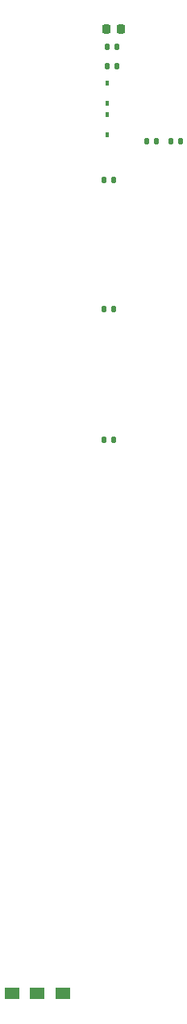
<source format=gbr>
%TF.GenerationSoftware,KiCad,Pcbnew,(6.0.1)*%
%TF.CreationDate,2023-06-13T10:27:40-07:00*%
%TF.ProjectId,16Bars,31364261-7273-42e6-9b69-6361645f7063,rev?*%
%TF.SameCoordinates,Original*%
%TF.FileFunction,Paste,Top*%
%TF.FilePolarity,Positive*%
%FSLAX46Y46*%
G04 Gerber Fmt 4.6, Leading zero omitted, Abs format (unit mm)*
G04 Created by KiCad (PCBNEW (6.0.1)) date 2023-06-13 10:27:40*
%MOMM*%
%LPD*%
G01*
G04 APERTURE LIST*
G04 Aperture macros list*
%AMRoundRect*
0 Rectangle with rounded corners*
0 $1 Rounding radius*
0 $2 $3 $4 $5 $6 $7 $8 $9 X,Y pos of 4 corners*
0 Add a 4 corners polygon primitive as box body*
4,1,4,$2,$3,$4,$5,$6,$7,$8,$9,$2,$3,0*
0 Add four circle primitives for the rounded corners*
1,1,$1+$1,$2,$3*
1,1,$1+$1,$4,$5*
1,1,$1+$1,$6,$7*
1,1,$1+$1,$8,$9*
0 Add four rect primitives between the rounded corners*
20,1,$1+$1,$2,$3,$4,$5,0*
20,1,$1+$1,$4,$5,$6,$7,0*
20,1,$1+$1,$6,$7,$8,$9,0*
20,1,$1+$1,$8,$9,$2,$3,0*%
G04 Aperture macros list end*
%ADD10R,1.524000X1.270000*%
%ADD11RoundRect,0.135000X0.135000X0.185000X-0.135000X0.185000X-0.135000X-0.185000X0.135000X-0.185000X0*%
%ADD12R,0.450000X0.600000*%
%ADD13RoundRect,0.135000X-0.135000X-0.185000X0.135000X-0.185000X0.135000X0.185000X-0.135000X0.185000X0*%
%ADD14RoundRect,0.140000X-0.140000X-0.170000X0.140000X-0.170000X0.140000X0.170000X-0.140000X0.170000X0*%
%ADD15RoundRect,0.218750X-0.218750X-0.256250X0.218750X-0.256250X0.218750X0.256250X-0.218750X0.256250X0*%
G04 APERTURE END LIST*
D10*
%TO.C,REF\u002A\u002A*%
X63200000Y-138900000D03*
%TD*%
%TO.C,REF\u002A\u002A*%
X60500000Y-138900000D03*
%TD*%
%TO.C,REF\u002A\u002A*%
X57800000Y-138900000D03*
%TD*%
D11*
%TO.C,R5*%
X68810000Y-41600000D03*
X67790000Y-41600000D03*
%TD*%
D12*
%TO.C,D6*%
X67800000Y-43350000D03*
X67800000Y-45450000D03*
%TD*%
D13*
%TO.C,R3*%
X68510000Y-67100000D03*
X67490000Y-67100000D03*
%TD*%
%TO.C,R2*%
X68515000Y-80800000D03*
X67495000Y-80800000D03*
%TD*%
%TO.C,R15*%
X74490000Y-49500000D03*
X75510000Y-49500000D03*
%TD*%
D14*
%TO.C,C11*%
X72020000Y-49500000D03*
X72980000Y-49500000D03*
%TD*%
D15*
%TO.C,D2*%
X67712500Y-37700000D03*
X69287500Y-37700000D03*
%TD*%
D13*
%TO.C,R1*%
X67490000Y-53500000D03*
X68510000Y-53500000D03*
%TD*%
D11*
%TO.C,R12*%
X68810000Y-39600000D03*
X67790000Y-39600000D03*
%TD*%
D12*
%TO.C,D5*%
X67800000Y-48750000D03*
X67800000Y-46650000D03*
%TD*%
M02*

</source>
